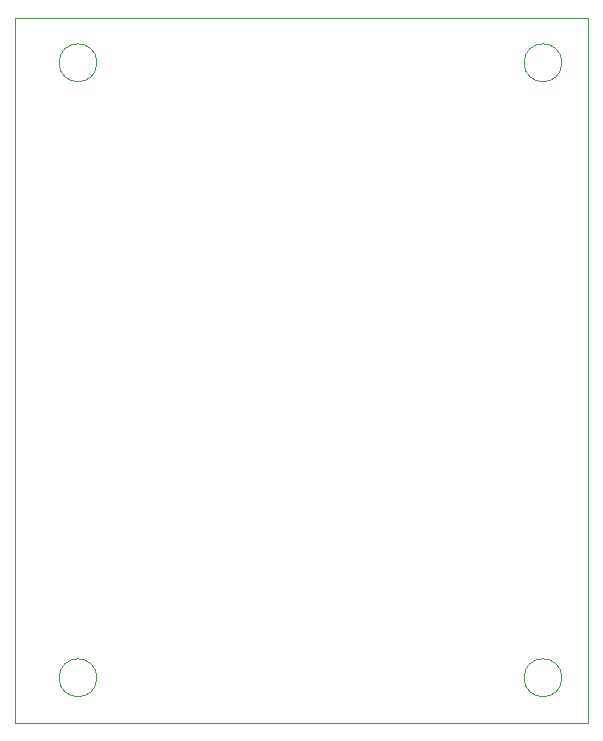
<source format=gbr>
G04 #@! TF.GenerationSoftware,KiCad,Pcbnew,5.1.9-73d0e3b20d~88~ubuntu20.04.1*
G04 #@! TF.CreationDate,2021-01-07T10:05:18+03:00*
G04 #@! TF.ProjectId,RGBschildSOT223,52474273-6368-4696-9c64-534f54323233,rev?*
G04 #@! TF.SameCoordinates,Original*
G04 #@! TF.FileFunction,Profile,NP*
%FSLAX46Y46*%
G04 Gerber Fmt 4.6, Leading zero omitted, Abs format (unit mm)*
G04 Created by KiCad (PCBNEW 5.1.9-73d0e3b20d~88~ubuntu20.04.1) date 2021-01-07 10:05:18*
%MOMM*%
%LPD*%
G01*
G04 APERTURE LIST*
G04 #@! TA.AperFunction,Profile*
%ADD10C,0.100000*%
G04 #@! TD*
G04 APERTURE END LIST*
D10*
X159080000Y-116840000D02*
G75*
G03*
X159080000Y-116840000I-1600000J0D01*
G01*
X119710000Y-116840000D02*
G75*
G03*
X119710000Y-116840000I-1600000J0D01*
G01*
X159080000Y-64770000D02*
G75*
G03*
X159080000Y-64770000I-1600000J0D01*
G01*
X119710000Y-64770000D02*
G75*
G03*
X119710000Y-64770000I-1600000J0D01*
G01*
X112776000Y-60960000D02*
X161290000Y-60960000D01*
X112776000Y-60960000D02*
X112776000Y-120650000D01*
X161290000Y-120650000D02*
X161290000Y-60960000D01*
X112776000Y-120650000D02*
X161290000Y-120650000D01*
M02*

</source>
